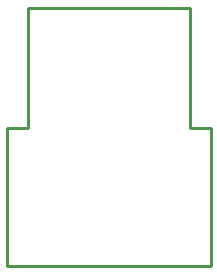
<source format=gbr>
G04 EAGLE Gerber RS-274X export*
G75*
%MOMM*%
%FSLAX34Y34*%
%LPD*%
%IN*%
%IPPOS*%
%AMOC8*
5,1,8,0,0,1.08239X$1,22.5*%
G01*
%ADD10C,0.254000*%


D10*
X0Y0D02*
X172720Y0D01*
X172720Y116840D01*
X154940Y116840D01*
X154940Y218440D01*
X17780Y218440D01*
X17780Y116840D01*
X0Y116840D01*
X0Y0D01*
M02*

</source>
